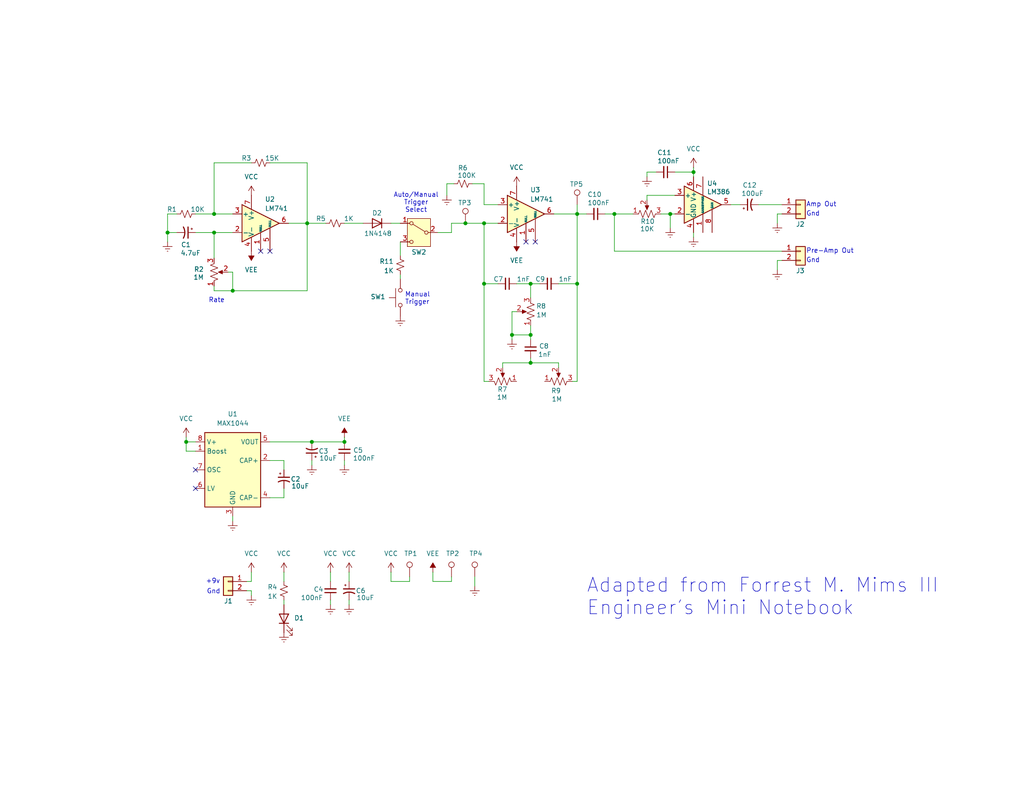
<source format=kicad_sch>
(kicad_sch (version 20231120) (generator "eeschema") (generator_version "8.0")
  (paper "A")
  (title_block (title "Op Amp Percussion") (date "2024-07-30") (rev "1") (company "Gadget Reboot") (comment 1 "https://www.youtube.com/gadgetreboot") (comment 2 "https://github.com/GadgetReboot/OpAmp_Percussion"))
  (lib_symbols
    (symbol "Amplifier_Audio:LM386" (pin_names (offset 0.127))
      (property "Reference" "U" (at 1.27 7.62 0))
      (property "Value" "LM386" (at 1.27 5.08 0))
      (symbol "LM386_0_1"
        (polyline (pts (xy 5.08 0) (xy -5.08 5.08) (xy -5.08 -5.08) (xy 5.08 0)) (stroke (width 0.254)) (fill (type background)))
      )
      (symbol "LM386_1_1"
        (pin input line (at 0 -7.62 90) (length 5.08) (name "GAIN") (number "1"))
        (pin input line (at -7.62 -2.54 0) (length 2.54) (name "-") (number "2"))
        (pin input line (at -7.62 2.54 0) (length 2.54) (name "+") (number "3"))
        (pin power_in line (at -2.54 -7.62 90) (length 3.81) (name "GND") (number "4"))
        (pin output line (at 7.62 0 180) (length 2.54) (name "~") (number "5"))
        (pin power_in line (at -2.54 7.62 270) (length 3.81) (name "V+") (number "6"))
        (pin input line (at 0 7.62 270) (length 5.08) (name "BYPASS") (number "7"))
        (pin input line (at 2.54 -7.62 90) (length 6.35) (name "GAIN") (number "8"))
      )
    )
    (symbol "Amplifier_Operational:LM741" (pin_names (offset 0.127))
      (property "Reference" "U" (at 0 6.35 0))
      (property "Value" "LM741" (at 0 3.81 0))
      (symbol "LM741_0_1"
        (polyline (pts (xy -5.08 5.08) (xy 5.08 0) (xy -5.08 -5.08) (xy -5.08 5.08)) (stroke (width 0.254)) (fill (type background)))
      )
      (symbol "LM741_1_1"
        (pin input line (at 0 -7.62 90) (length 5.08) (name "NULL") (number "1"))
        (pin input line (at -7.62 -2.54 0) (length 2.54) (name "-") (number "2"))
        (pin input line (at -7.62 2.54 0) (length 2.54) (name "+") (number "3"))
        (pin power_in line (at -2.54 -7.62 90) (length 3.81) (name "V-") (number "4"))
        (pin input line (at 2.54 -7.62 90) (length 6.35) (name "NULL") (number "5"))
        (pin output line (at 7.62 0 180) (length 2.54) (name "~") (number "6"))
        (pin power_in line (at -2.54 7.62 270) (length 3.81) (name "V+") (number "7"))
        (pin no_connect line (at 0 2.54 270) (length 2.54) hide (name "NC") (number "8"))
      )
    )
    (symbol "Connector:TestPoint" (pin_numbers hide) (pin_names (offset 0.762) hide)
      (property "Reference" "TP" (at 0 6.858 0))
      (property "Value" "TestPoint" (at 0 5.08 0))
      (symbol "TestPoint_0_1"
        (circle (center 0 3.302) (radius 0.762))
      )
      (symbol "TestPoint_1_1"
        (pin passive line (at 0 0 90) (length 2.54) (name "1") (number "1"))
      )
    )
    (symbol "Connector_Generic:Conn_01x02" (pin_names (offset 1.016) hide)
      (property "Reference" "J" (at 0 2.54 0))
      (property "Value" "Conn_01x02" (at 0 -5.08 0))
      (symbol "Conn_01x02_1_1"
        (rectangle (start -1.27 -2.413) (end 0 -2.667) (stroke (width 0.1524)))
        (rectangle (start -1.27 0.127) (end 0 -0.127) (stroke (width 0.1524)))
        (rectangle (start -1.27 1.27) (end 1.27 -3.81) (stroke (width 0.254)) (fill (type background)))
        (pin passive line (at -5.08 0 0) (length 3.81) (name "Pin_1") (number "1"))
        (pin passive line (at -5.08 -2.54 0) (length 3.81) (name "Pin_2") (number "2"))
      )
    )
    (symbol "Device:C_Polarized_Small_US" (pin_numbers hide) (pin_names (offset 0.254) hide)
      (property "Reference" "C" (at 0.254 1.778 0))
      (property "Value" "C_Polarized_Small_US" (at 0.254 -2.032 0))
      (symbol "C_Polarized_Small_US_0_1"
        (polyline (pts (xy -1.524 0.508) (xy 1.524 0.508)) (stroke (width 0.3048)))
        (polyline (pts (xy -1.27 1.524) (xy -0.762 1.524)))
        (polyline (pts (xy -1.016 1.27) (xy -1.016 1.778)))
        (arc (start 1.524 -0.762) (mid 0 -0.3734) (end -1.524 -0.762) (stroke (width 0.3048)))
      )
      (symbol "C_Polarized_Small_US_1_1"
        (pin passive line (at 0 2.54 270) (length 2.032) (name "~") (number "1"))
        (pin passive line (at 0 -2.54 90) (length 2.032) (name "~") (number "2"))
      )
    )
    (symbol "Device:C_Small" (pin_numbers hide) (pin_names (offset 0.254) hide)
      (property "Reference" "C" (at 0.254 1.778 0))
      (property "Value" "C_Small" (at 0.254 -2.032 0))
      (symbol "C_Small_0_1"
        (polyline (pts (xy -1.524 -0.508) (xy 1.524 -0.508)) (stroke (width 0.3302)))
        (polyline (pts (xy -1.524 0.508) (xy 1.524 0.508)) (stroke (width 0.3048)))
      )
      (symbol "C_Small_1_1"
        (pin passive line (at 0 2.54 270) (length 2.032) (name "~") (number "1"))
        (pin passive line (at 0 -2.54 90) (length 2.032) (name "~") (number "2"))
      )
    )
    (symbol "Device:LED" (pin_numbers hide) (pin_names (offset 1.016) hide)
      (property "Reference" "D" (at 0 2.54 0))
      (property "Value" "LED" (at 0 -2.54 0))
      (symbol "LED_0_1"
        (polyline (pts (xy -1.27 -1.27) (xy -1.27 1.27)) (stroke (width 0.254)))
        (polyline (pts (xy -1.27 0) (xy 1.27 0)))
        (polyline (pts (xy 1.27 -1.27) (xy 1.27 1.27) (xy -1.27 0) (xy 1.27 -1.27)) (stroke (width 0.254)))
        (polyline (pts (xy -3.048 -0.762) (xy -4.572 -2.286) (xy -3.81 -2.286) (xy -4.572 -2.286) (xy -4.572 -1.524)))
        (polyline (pts (xy -1.778 -0.762) (xy -3.302 -2.286) (xy -2.54 -2.286) (xy -3.302 -2.286) (xy -3.302 -1.524)))
      )
      (symbol "LED_1_1"
        (pin passive line (at -3.81 0 0) (length 2.54) (name "K") (number "1"))
        (pin passive line (at 3.81 0 180) (length 2.54) (name "A") (number "2"))
      )
    )
    (symbol "Device:R_Small_US" (pin_numbers hide) (pin_names (offset 0.254) hide)
      (property "Reference" "R" (at 0.762 0.508 0))
      (property "Value" "R_Small_US" (at 0.762 -1.016 0))
      (symbol "R_Small_US_1_1"
        (polyline (pts (xy 0 0) (xy 1.016 -0.381) (xy 0 -0.762) (xy -1.016 -1.143) (xy 0 -1.524)))
        (polyline (pts (xy 0 1.524) (xy 1.016 1.143) (xy 0 0.762) (xy -1.016 0.381) (xy 0 0)))
        (pin passive line (at 0 2.54 270) (length 1.016) (name "~") (number "1"))
        (pin passive line (at 0 -2.54 90) (length 1.016) (name "~") (number "2"))
      )
    )
    (symbol "Diode:1N4148" (pin_numbers hide) (pin_names hide)
      (property "Reference" "D" (at 0 2.54 0))
      (property "Value" "1N4148" (at 0 -2.54 0))
      (symbol "1N4148_0_1"
        (polyline (pts (xy -1.27 1.27) (xy -1.27 -1.27)) (stroke (width 0.254)))
        (polyline (pts (xy 1.27 0) (xy -1.27 0)))
        (polyline (pts (xy 1.27 1.27) (xy 1.27 -1.27) (xy -1.27 0) (xy 1.27 1.27)) (stroke (width 0.254)))
      )
      (symbol "1N4148_1_1"
        (pin passive line (at -3.81 0 0) (length 2.54) (name "K") (number "1"))
        (pin passive line (at 3.81 0 180) (length 2.54) (name "A") (number "2"))
      )
    )
    (symbol "GR_OpAmp_Percussion-rescue:CP1_Small-Device" (pin_numbers hide) (pin_names (offset 0.254) hide)
      (property "Reference" "C" (at 0.254 1.778 0))
      (property "Value" "Device_CP1_Small" (at 0.254 -2.032 0))
      (symbol "CP1_Small-Device_0_1"
        (polyline (pts (xy -1.524 0.508) (xy 1.524 0.508)) (stroke (width 0.3048)))
        (polyline (pts (xy -1.27 1.524) (xy -0.762 1.524)))
        (polyline (pts (xy -1.016 1.27) (xy -1.016 1.778)))
        (arc (start 1.524 -0.762) (mid 0 -0.3734) (end -1.524 -0.762) (stroke (width 0.3048)))
      )
      (symbol "CP1_Small-Device_1_1"
        (pin passive line (at 0 2.54 270) (length 2.032) (name "~") (number "1"))
        (pin passive line (at 0 -2.54 90) (length 2.032) (name "~") (number "2"))
      )
    )
    (symbol "GR_OpAmp_Percussion-rescue:GNDREF-power" (power) (pin_names (offset 0))
      (property "Value" "power_GNDREF" (at 0 -3.81 0))
      (symbol "GNDREF-power_0_1"
        (polyline (pts (xy -0.635 -1.905) (xy 0.635 -1.905)))
        (polyline (pts (xy -0.127 -2.54) (xy 0.127 -2.54)))
        (polyline (pts (xy 0 -1.27) (xy 0 0)))
        (polyline (pts (xy 1.27 -1.27) (xy -1.27 -1.27)))
      )
      (symbol "GNDREF-power_1_1"
        (pin power_in line (at 0 0 270) (length 0) hide (name "GNDREF") (number "1"))
      )
    )
    (symbol "GR_OpAmp_Percussion-rescue:R_POT_US-Device" (pin_names (offset 1.016) hide)
      (property "Reference" "RV" (at -4.445 0 90))
      (property "Value" "Device_R_POT_US" (at -2.54 0 90))
      (symbol "R_POT_US-Device_0_1"
        (polyline (pts (xy 0 -2.286) (xy 0 -2.54)))
        (polyline (pts (xy 0 2.54) (xy 0 2.286)))
        (polyline (pts (xy 2.54 0) (xy 1.524 0)))
        (polyline (pts (xy 1.143 0) (xy 2.286 0.508) (xy 2.286 -0.508) (xy 1.143 0)) (fill (type outline)))
        (polyline (pts (xy 0 -0.762) (xy 1.016 -1.143) (xy 0 -1.524) (xy -1.016 -1.905) (xy 0 -2.286)))
        (polyline (pts (xy 0 0.762) (xy 1.016 0.381) (xy 0 0) (xy -1.016 -0.381) (xy 0 -0.762)))
        (polyline (pts (xy 0 2.286) (xy 1.016 1.905) (xy 0 1.524) (xy -1.016 1.143) (xy 0 0.762)))
      )
      (symbol "R_POT_US-Device_1_1"
        (pin passive line (at 0 3.81 270) (length 1.27) (name "1") (number "1"))
        (pin passive line (at 3.81 0 180) (length 1.27) (name "2") (number "2"))
        (pin passive line (at 0 -3.81 90) (length 1.27) (name "3") (number "3"))
      )
    )
    (symbol "Regulator_SwitchedCapacitor:MAX1044"
      (property "Reference" "U3" (at 0 15.24 0))
      (property "Value" "MAX1044" (at 0 12.7 0))
      (symbol "MAX1044_0_1"
        (rectangle (start -7.62 10.16) (end 7.62 -10.16) (stroke (width 0.254)) (fill (type background)))
      )
      (symbol "MAX1044_1_1"
        (pin passive line (at -10.16 5.08 0) (length 2.54) (name "Boost") (number "1"))
        (pin input line (at 10.16 2.54 180) (length 2.54) (name "CAP+") (number "2"))
        (pin power_in line (at 0 -12.7 90) (length 2.54) (name "GND") (number "3"))
        (pin input line (at 10.16 -7.62 180) (length 2.54) (name "CAP-") (number "4"))
        (pin power_out line (at 10.16 7.62 180) (length 2.54) (name "VOUT") (number "5"))
        (pin input line (at -10.16 -5.08 0) (length 2.54) (name "LV") (number "6"))
        (pin input line (at -10.16 0 0) (length 2.54) (name "OSC") (number "7"))
        (pin power_in line (at -10.16 7.62 0) (length 2.54) (name "V+") (number "8"))
      )
    )
    (symbol "Switch:SW_Push" (pin_numbers hide) (pin_names (offset 1.016) hide)
      (property "Reference" "SW" (at 1.27 2.54 0))
      (property "Value" "SW_Push" (at 0 -1.524 0))
      (symbol "SW_Push_0_1"
        (circle (center -2.032 0) (radius 0.508))
        (polyline (pts (xy 0 1.27) (xy 0 3.048)))
        (polyline (pts (xy 2.54 1.27) (xy -2.54 1.27)))
        (circle (center 2.032 0) (radius 0.508))
        (pin passive line (at -5.08 0 0) (length 2.54) (name "1") (number "1"))
        (pin passive line (at 5.08 0 180) (length 2.54) (name "2") (number "2"))
      )
    )
    (symbol "Switch:SW_SPDT" (pin_names (offset 0) hide)
      (property "Reference" "SW" (at 0 5.08 0))
      (property "Value" "SW_SPDT" (at 0 -5.08 0))
      (symbol "SW_SPDT_0_1"
        (circle (center -2.032 0) (radius 0.4572))
        (polyline (pts (xy -1.651 0.254) (xy 1.651 2.286)))
        (circle (center 2.032 -2.54) (radius 0.4572))
        (circle (center 2.032 2.54) (radius 0.4572))
      )
      (symbol "SW_SPDT_1_1"
        (rectangle (start -3.175 3.81) (end 3.175 -3.81) (fill (type background)))
        (pin passive line (at 5.08 2.54 180) (length 2.54) (name "A") (number "1"))
        (pin passive line (at -5.08 0 0) (length 2.54) (name "B") (number "2"))
        (pin passive line (at 5.08 -2.54 180) (length 2.54) (name "C") (number "3"))
      )
    )
    (symbol "power:VCC" (power) (pin_numbers hide) (pin_names (offset 0) hide)
      (property "Value" "VCC" (at 0 3.556 0))
      (symbol "VCC_0_1"
        (polyline (pts (xy -0.762 1.27) (xy 0 2.54)))
        (polyline (pts (xy 0 0) (xy 0 2.54)))
        (polyline (pts (xy 0 2.54) (xy 0.762 1.27)))
      )
      (symbol "VCC_1_1"
        (pin power_in line (at 0 0 90) (length 0) (name "~") (number "1"))
      )
    )
    (symbol "power:VEE" (power) (pin_numbers hide) (pin_names (offset 0) hide)
      (property "Value" "VEE" (at 0 3.556 0))
      (symbol "VEE_0_1"
        (polyline (pts (xy 0 0) (xy 0 2.54)))
        (polyline (pts (xy 0.762 1.27) (xy -0.762 1.27) (xy 0 2.54) (xy 0.762 1.27)) (fill (type outline)))
      )
      (symbol "VEE_1_1"
        (pin power_in line (at 0 0 90) (length 0) (name "~") (number "1"))
      )
    )
  )
  (junction (at 127 60.96))
  (junction (at 45.72 63.5))
  (junction (at 157.48 58.42))
  (junction (at 58.42 58.42))
  (junction (at 85.09 120.65))
  (junction (at 83.82 60.96))
  (junction (at 182.88 58.42))
  (junction (at 144.78 91.44))
  (junction (at 58.42 63.5))
  (junction (at 167.64 58.42))
  (junction (at 157.48 77.47))
  (junction (at 139.7 91.44))
  (junction (at 132.08 60.96))
  (junction (at 132.08 77.47))
  (junction (at 93.98 120.65))
  (junction (at 63.5 79.375))
  (junction (at 144.78 77.47))
  (junction (at 50.8 120.65))
  (junction (at 189.23 46.99))
  (junction (at 144.78 99.06))
  (no_connect (at 53.34 128.27))
  (no_connect (at 73.66 68.58))
  (no_connect (at 71.12 68.58))
  (no_connect (at 146.05 66.04))
  (no_connect (at 53.34 133.35))
  (no_connect (at 143.51 66.04))
  (wire (pts (xy 167.64 68.58) (xy 167.64 58.42)))
  (wire (pts (xy 77.47 133.35) (xy 77.47 135.89)))
  (wire (pts (xy 119.38 63.5) (xy 123.19 63.5)))
  (wire (pts (xy 50.8 120.65) (xy 50.8 119.38)))
  (wire (pts (xy 77.47 156.21) (xy 77.47 158.75)))
  (wire (pts (xy 212.09 71.12) (xy 212.09 73.66)))
  (wire (pts (xy 53.34 63.5) (xy 58.42 63.5)))
  (wire (pts (xy 189.23 45.72) (xy 189.23 46.99)))
  (wire (pts (xy 90.17 156.21) (xy 90.17 158.75)))
  (wire (pts (xy 58.42 79.375) (xy 63.5 79.375)))
  (wire (pts (xy 58.42 44.45) (xy 58.42 58.42)))
  (wire (pts (xy 93.98 60.96) (xy 99.06 60.96)))
  (wire (pts (xy 180.34 58.42) (xy 182.88 58.42)))
  (wire (pts (xy 95.25 158.75) (xy 95.25 156.21)))
  (wire (pts (xy 109.22 60.96) (xy 106.68 60.96)))
  (wire (pts (xy 53.34 120.65) (xy 50.8 120.65)))
  (wire (pts (xy 144.78 88.9) (xy 144.78 91.44)))
  (wire (pts (xy 165.1 58.42) (xy 167.64 58.42)))
  (wire (pts (xy 144.78 97.79) (xy 144.78 99.06)))
  (wire (pts (xy 68.58 158.75) (xy 68.58 156.21)))
  (wire (pts (xy 63.5 58.42) (xy 58.42 58.42)))
  (wire (pts (xy 50.8 123.19) (xy 50.8 120.65)))
  (wire (pts (xy 90.17 163.83) (xy 90.17 165.1)))
  (wire (pts (xy 77.47 125.73) (xy 77.47 128.27)))
  (wire (pts (xy 132.08 60.96) (xy 135.89 60.96)))
  (wire (pts (xy 152.4 77.47) (xy 157.48 77.47)))
  (wire (pts (xy 167.64 68.58) (xy 213.36 68.58)))
  (wire (pts (xy 123.19 60.96) (xy 127 60.96)))
  (wire (pts (xy 93.98 127) (xy 93.98 125.73)))
  (wire (pts (xy 45.72 58.42) (xy 45.72 63.5)))
  (wire (pts (xy 157.48 58.42) (xy 157.48 77.47)))
  (wire (pts (xy 139.7 91.44) (xy 139.7 92.71)))
  (wire (pts (xy 109.22 74.93) (xy 109.22 76.2)))
  (wire (pts (xy 157.48 58.42) (xy 160.02 58.42)))
  (wire (pts (xy 73.66 44.45) (xy 83.82 44.45)))
  (wire (pts (xy 62.23 74.295) (xy 63.5 74.295)))
  (wire (pts (xy 123.19 157.48) (xy 123.19 158.75)))
  (wire (pts (xy 111.76 158.75) (xy 106.68 158.75)))
  (wire (pts (xy 118.11 158.75) (xy 118.11 156.21)))
  (wire (pts (xy 144.78 91.44) (xy 144.78 92.71)))
  (wire (pts (xy 133.35 104.14) (xy 132.08 104.14)))
  (wire (pts (xy 63.5 140.97) (xy 63.5 142.24)))
  (wire (pts (xy 48.26 58.42) (xy 45.72 58.42)))
  (wire (pts (xy 199.39 55.88) (xy 201.93 55.88)))
  (wire (pts (xy 95.25 165.1) (xy 95.25 163.83)))
  (wire (pts (xy 139.7 91.44) (xy 144.78 91.44)))
  (wire (pts (xy 73.66 125.73) (xy 77.47 125.73)))
  (wire (pts (xy 83.82 79.375) (xy 83.82 60.96)))
  (wire (pts (xy 213.36 58.42) (xy 212.09 58.42)))
  (wire (pts (xy 53.34 123.19) (xy 50.8 123.19)))
  (wire (pts (xy 45.72 63.5) (xy 45.72 66.04)))
  (wire (pts (xy 58.42 63.5) (xy 58.42 70.485)))
  (wire (pts (xy 83.82 60.96) (xy 78.74 60.96)))
  (wire (pts (xy 135.89 77.47) (xy 132.08 77.47)))
  (wire (pts (xy 58.42 44.45) (xy 68.58 44.45)))
  (wire (pts (xy 179.07 46.99) (xy 176.53 46.99)))
  (wire (pts (xy 77.47 163.83) (xy 77.47 165.1)))
  (wire (pts (xy 123.19 63.5) (xy 123.19 60.96)))
  (wire (pts (xy 182.88 58.42) (xy 184.15 58.42)))
  (wire (pts (xy 132.08 60.96) (xy 132.08 77.47)))
  (wire (pts (xy 144.78 81.28) (xy 144.78 77.47)))
  (wire (pts (xy 123.19 158.75) (xy 118.11 158.75)))
  (wire (pts (xy 189.23 46.99) (xy 189.23 48.26)))
  (wire (pts (xy 127 60.96) (xy 132.08 60.96)))
  (wire (pts (xy 123.825 50.165) (xy 121.92 50.165)))
  (wire (pts (xy 93.98 120.65) (xy 93.98 119.38)))
  (wire (pts (xy 176.53 46.99) (xy 176.53 48.26)))
  (wire (pts (xy 207.01 55.88) (xy 213.36 55.88)))
  (wire (pts (xy 167.64 58.42) (xy 172.72 58.42)))
  (wire (pts (xy 45.72 63.5) (xy 48.26 63.5)))
  (wire (pts (xy 106.68 158.75) (xy 106.68 156.21)))
  (wire (pts (xy 132.08 77.47) (xy 132.08 104.14)))
  (wire (pts (xy 58.42 78.105) (xy 58.42 79.375)))
  (wire (pts (xy 137.16 99.06) (xy 144.78 99.06)))
  (wire (pts (xy 63.5 79.375) (xy 83.82 79.375)))
  (wire (pts (xy 152.4 100.33) (xy 152.4 99.06)))
  (wire (pts (xy 152.4 99.06) (xy 144.78 99.06)))
  (wire (pts (xy 140.97 85.09) (xy 139.7 85.09)))
  (wire (pts (xy 121.92 50.165) (xy 121.92 53.34)))
  (wire (pts (xy 85.09 120.65) (xy 93.98 120.65)))
  (wire (pts (xy 132.08 50.165) (xy 128.905 50.165)))
  (wire (pts (xy 157.48 77.47) (xy 157.48 104.14)))
  (wire (pts (xy 184.15 46.99) (xy 189.23 46.99)))
  (wire (pts (xy 77.47 135.89) (xy 73.66 135.89)))
  (wire (pts (xy 135.89 55.88) (xy 132.08 55.88)))
  (wire (pts (xy 139.7 85.09) (xy 139.7 91.44)))
  (wire (pts (xy 157.48 55.88) (xy 157.48 58.42)))
  (wire (pts (xy 83.82 60.96) (xy 88.9 60.96)))
  (wire (pts (xy 63.5 74.295) (xy 63.5 79.375)))
  (wire (pts (xy 132.08 55.88) (xy 132.08 50.165)))
  (wire (pts (xy 182.88 58.42) (xy 182.88 62.23)))
  (wire (pts (xy 144.78 77.47) (xy 147.32 77.47)))
  (wire (pts (xy 156.21 104.14) (xy 157.48 104.14)))
  (wire (pts (xy 53.34 58.42) (xy 58.42 58.42)))
  (wire (pts (xy 151.13 58.42) (xy 157.48 58.42)))
  (wire (pts (xy 63.5 63.5) (xy 58.42 63.5)))
  (wire (pts (xy 111.76 157.48) (xy 111.76 158.75)))
  (wire (pts (xy 176.53 53.34) (xy 176.53 54.61)))
  (wire (pts (xy 184.15 53.34) (xy 176.53 53.34)))
  (wire (pts (xy 85.09 125.73) (xy 85.09 127)))
  (wire (pts (xy 73.66 120.65) (xy 85.09 120.65)))
  (wire (pts (xy 67.31 158.75) (xy 68.58 158.75)))
  (wire (pts (xy 189.23 63.5) (xy 189.23 64.77)))
  (wire (pts (xy 213.36 71.12) (xy 212.09 71.12)))
  (wire (pts (xy 129.54 157.48) (xy 129.54 160.02)))
  (wire (pts (xy 212.09 58.42) (xy 212.09 60.96)))
  (wire (pts (xy 67.31 161.29) (xy 68.58 161.29)))
  (wire (pts (xy 137.16 100.33) (xy 137.16 99.06)))
  (wire (pts (xy 109.22 66.04) (xy 109.22 69.85)))
  (wire (pts (xy 83.82 44.45) (xy 83.82 60.96)))
  (wire (pts (xy 68.58 161.29) (xy 68.58 162.56)))
  (wire (pts (xy 144.78 77.47) (xy 140.97 77.47)))
  (text "+9v" (at 56.134 159.512 0) (effects (font (size 1.27 1.27)) (justify left bottom)))
  (text "Rate" (at 56.896 82.804 0) (effects (font (size 1.27 1.27)) (justify left bottom)))
  (text "Manual\nTrigger" (at 110.49 83.312 0) (effects (font (size 1.27 1.27)) (justify left bottom)))
  (text "Adapted from Forrest M. Mims III\nEngineer's Mini Notebook" (at 160.02 168.275 0) (effects (font (size 3.81 3.81)) (justify left bottom)))
  (text "Amp Out" (at 219.964 56.642 0) (effects (font (size 1.27 1.27)) (justify left bottom)))
  (text "Pre-Amp Out" (at 219.964 69.342 0) (effects (font (size 1.27 1.27)) (justify left bottom)))
  (text "Gnd" (at 219.964 71.882 0) (effects (font (size 1.27 1.27)) (justify left bottom)))
  (text "Gnd" (at 56.388 162.306 0) (effects (font (size 1.27 1.27)) (justify left bottom)))
  (text "Gnd" (at 219.964 59.182 0) (effects (font (size 1.27 1.27)) (justify left bottom)))
  (text "Auto/Manual\nTrigger\nSelect" (at 113.538 58.166 0) (effects (font (size 1.27 1.27)) (justify bottom)))
  (symbol (lib_id "GR_OpAmp_Percussion-rescue:CP1_Small-Device") (at 77.47 130.81 0) (unit 1)
    (property "Reference" "C2" (at 80.645 130.81 0))
    (property "Value" "10uF" (at 81.915 132.715 0))
    (property "Footprint" "Capacitor_THT:CP_Radial_D5.0mm_P2.50mm" (effects (hide yes)))
  )
  (symbol (lib_id "Device:C_Small") (at 138.43 77.47 270) (unit 1)
    (property "Reference" "C7" (at 134.62 76.2 90) (effects (justify left)))
    (property "Value" "1nF" (at 140.97 76.2 90) (effects (justify left)))
    (property "Footprint" "Capacitor_THT:C_Disc_D4.7mm_W2.5mm_P5.00mm" (effects (hide yes)))
  )
  (symbol (lib_id "Device:R_Small_US") (at 71.12 44.45 270) (unit 1)
    (property "Reference" "R3" (at 68.58 43.18 90) (effects (justify right)))
    (property "Value" "15K" (at 76.2 43.18 90) (effects (justify right)))
    (property "Footprint" "Resistor_THT:R_Axial_DIN0309_L9.0mm_D3.2mm_P12.70mm_Horizontal" (effects (hide yes)))
  )
  (symbol (lib_id "GR_OpAmp_Percussion-rescue:GNDREF-power") (at 85.09 127 0) (unit 1)
    (property "Reference" "#PWR010" (effects (hide yes)))
    (property "Value" "GNDREF" (effects (hide yes)))
  )
  (symbol (lib_id "GR_OpAmp_Percussion-rescue:R_POT_US-Device") (at 58.42 74.295 0) (mirror x) (unit 1)
    (property "Reference" "R2" (at 55.626 73.533 0) (effects (justify right)))
    (property "Value" "1M" (at 55.626 75.692 0) (effects (justify right)))
    (property "Footprint" "footprints:Pot" (effects (hide yes)))
  )
  (symbol (lib_id "GR_OpAmp_Percussion-rescue:CP1_Small-Device") (at 85.09 123.19 180) (unit 1)
    (property "Reference" "C3" (at 88.265 123.19 0))
    (property "Value" "10uF" (at 89.535 125.095 0))
    (property "Footprint" "Capacitor_THT:CP_Radial_D5.0mm_P2.50mm" (effects (hide yes)))
  )
  (symbol (lib_id "GR_OpAmp_Percussion-rescue:GNDREF-power") (at 63.5 142.24 0) (unit 1)
    (property "Reference" "#PWR03" (effects (hide yes)))
    (property "Value" "GNDREF" (effects (hide yes)))
  )
  (symbol (lib_id "Device:C_Small") (at 93.98 123.19 180) (unit 1)
    (property "Reference" "C5" (at 99.06 122.936 0) (effects (justify left)))
    (property "Value" "100nF" (at 102.362 125.095 0) (effects (justify left)))
    (property "Footprint" "Capacitor_THT:C_Disc_D4.7mm_W2.5mm_P5.00mm" (effects (hide yes)))
  )
  (symbol (lib_id "GR_OpAmp_Percussion-rescue:GNDREF-power") (at 93.98 127 0) (unit 1)
    (property "Reference" "#PWR015" (effects (hide yes)))
    (property "Value" "GNDREF" (effects (hide yes)))
  )
  (symbol (lib_id "Device:C_Small") (at 90.17 161.29 180) (unit 1)
    (property "Reference" "C4" (at 88.265 160.909 0) (effects (justify left)))
    (property "Value" "100nF" (at 88.138 163.195 0) (effects (justify left)))
    (property "Footprint" "Capacitor_THT:C_Disc_D4.7mm_W2.5mm_P5.00mm" (effects (hide yes)))
  )
  (symbol (lib_id "GR_OpAmp_Percussion-rescue:GNDREF-power") (at 90.17 165.1 0) (unit 1)
    (property "Reference" "#PWR012" (effects (hide yes)))
    (property "Value" "GNDREF" (effects (hide yes)))
  )
  (symbol (lib_id "GR_OpAmp_Percussion-rescue:GNDREF-power") (at 68.58 162.56 0) (unit 1)
    (property "Reference" "#PWR07" (effects (hide yes)))
    (property "Value" "GNDREF" (effects (hide yes)))
  )
  (symbol (lib_id "GR_OpAmp_Percussion-rescue:CP1_Small-Device") (at 95.25 161.29 0) (unit 1)
    (property "Reference" "C6" (at 98.425 161.29 0))
    (property "Value" "10uF" (at 99.695 163.195 0))
    (property "Footprint" "Capacitor_THT:CP_Radial_D5.0mm_P2.50mm" (effects (hide yes)))
  )
  (symbol (lib_id "GR_OpAmp_Percussion-rescue:GNDREF-power") (at 95.25 165.1 0) (unit 1)
    (property "Reference" "#PWR017" (effects (hide yes)))
    (property "Value" "GNDREF" (effects (hide yes)))
  )
  (symbol (lib_id "Connector:TestPoint") (at 123.19 157.48 0) (unit 1)
    (property "Reference" "TP2" (at 121.666 151.1299 0) (effects (justify left)))
    (property "Value" "TestPoint" (effects (hide yes)))
    (property "Footprint" "TestPoint:TestPoint_Loop_D2.60mm_Drill1.4mm_Beaded" (effects (hide yes)))
    (property "Description" "test point" (effects (hide yes)))
  )
  (symbol (lib_id "power:VCC") (at 140.97 50.8 0) (unit 1)
    (property "Reference" "#PWR023" (effects (hide yes)))
    (property "Value" "VCC" (at 140.97 45.72 0))
    (property "Description" "Power symbol creates a global label with name \"VCC\"" (effects (hide yes)))
  )
  (symbol (lib_id "Device:C_Small") (at 149.86 77.47 270) (unit 1)
    (property "Reference" "C9" (at 146.05 76.2 90) (effects (justify left)))
    (property "Value" "1nF" (at 152.4 76.2 90) (effects (justify left)))
    (property "Footprint" "Capacitor_THT:C_Disc_D4.7mm_W2.5mm_P5.00mm" (effects (hide yes)))
  )
  (symbol (lib_id "Amplifier_Operational:LM741") (at 143.51 58.42 0) (unit 1)
    (property "Reference" "U3" (at 146.05 51.8474 0))
    (property "Value" "LM741" (at 147.828 54.3874 0))
    (property "Footprint" "Package_DIP:DIP-8_W7.62mm" (effects (hide yes)))
    (property "Datasheet" "http://www.ti.com/lit/ds/symlink/lm741.pdf" (effects (hide yes)))
    (property "Description" "Operational Amplifier, DIP-8/TO-99-8" (effects (hide yes)))
  )
  (symbol (lib_id "power:VCC") (at 95.25 156.21 0) (unit 1)
    (property "Reference" "#PWR016" (effects (hide yes)))
    (property "Value" "VCC" (at 95.25 151.13 0))
    (property "Description" "Power symbol creates a global label with name \"VCC\"" (effects (hide yes)))
  )
  (symbol (lib_id "Device:R_Small_US") (at 91.44 60.96 270) (unit 1)
    (property "Reference" "R5" (at 88.9 59.69 90) (effects (justify right)))
    (property "Value" "1K" (at 96.52 59.69 90) (effects (justify right)))
    (property "Footprint" "Resistor_THT:R_Axial_DIN0309_L9.0mm_D3.2mm_P12.70mm_Horizontal" (effects (hide yes)))
  )
  (symbol (lib_id "Device:C_Small") (at 162.56 58.42 270) (unit 1)
    (property "Reference" "C10" (at 160.274 53.086 90) (effects (justify left)))
    (property "Value" "100nF" (at 160.274 55.372 90) (effects (justify left)))
    (property "Footprint" "Capacitor_THT:C_Disc_D4.7mm_W2.5mm_P5.00mm" (effects (hide yes)))
  )
  (symbol (lib_id "GR_OpAmp_Percussion-rescue:GNDREF-power") (at 45.72 66.04 0) (unit 1)
    (property "Reference" "#PWR01" (effects (hide yes)))
    (property "Value" "GNDREF" (effects (hide yes)))
  )
  (symbol (lib_id "Device:C_Small") (at 144.78 95.25 0) (unit 1)
    (property "Reference" "C8" (at 147.066 94.488 0) (effects (justify left)))
    (property "Value" "1nF" (at 146.812 96.774 0) (effects (justify left)))
    (property "Footprint" "Capacitor_THT:C_Disc_D4.7mm_W2.5mm_P5.00mm" (effects (hide yes)))
  )
  (symbol (lib_id "power:VCC") (at 77.47 156.21 0) (unit 1)
    (property "Reference" "#PWR08" (effects (hide yes)))
    (property "Value" "VCC" (at 77.47 151.13 0))
    (property "Description" "Power symbol creates a global label with name \"VCC\"" (effects (hide yes)))
  )
  (symbol (lib_id "Device:R_Small_US") (at 77.47 161.29 0) (unit 1)
    (property "Reference" "R4" (at 75.692 160.274 0) (effects (justify right)))
    (property "Value" "1K" (at 75.692 162.814 0) (effects (justify right)))
    (property "Footprint" "Resistor_THT:R_Axial_DIN0309_L9.0mm_D3.2mm_P12.70mm_Horizontal" (effects (hide yes)))
  )
  (symbol (lib_id "GR_OpAmp_Percussion-rescue:R_POT_US-Device") (at 137.16 104.14 270) (mirror x) (unit 1)
    (property "Reference" "R7" (at 138.43 106.299 90) (effects (justify right)))
    (property "Value" "1M" (at 138.43 108.458 90) (effects (justify right)))
    (property "Footprint" "footprints:Pot" (effects (hide yes)))
  )
  (symbol (lib_id "Switch:SW_SPDT") (at 114.3 63.5 0) (mirror y) (unit 1)
    (property "Reference" "SW2" (at 114.3 68.834 0))
    (property "Value" "SW_SPDT" (effects (hide yes)))
    (property "Footprint" "Connector_PinHeader_2.54mm:PinHeader_1x03_P2.54mm_Vertical" (effects (hide yes)))
    (property "Description" "Switch, single pole double throw" (effects (hide yes)))
  )
  (symbol (lib_id "power:VEE") (at 140.97 66.04 180) (unit 1)
    (property "Reference" "#PWR024" (effects (hide yes)))
    (property "Value" "VEE" (at 140.97 71.12 0))
    (property "Description" "Power symbol creates a global label with name \"VEE\"" (effects (hide yes)))
  )
  (symbol (lib_id "Connector_Generic:Conn_01x02") (at 218.44 68.58 0) (unit 1)
    (property "Reference" "J3" (at 217.17 73.9139 0) (effects (justify left)))
    (property "Value" "Conn_01x02" (effects (hide yes)))
    (property "Footprint" "Connector_PinHeader_2.54mm:PinHeader_1x02_P2.54mm_Vertical" (effects (hide yes)))
    (property "Description" "Generic connector, single row, 01x02, script generated (kicad-library-utils/schlib/autogen/connector/)" (effects (hide yes)))
  )
  (symbol (lib_id "Device:R_Small_US") (at 126.365 50.165 270) (unit 1)
    (property "Reference" "R6" (at 127.635 45.847 90) (effects (justify right)))
    (property "Value" "100K" (at 129.921 47.879 90) (effects (justify right)))
    (property "Footprint" "Resistor_THT:R_Axial_DIN0309_L9.0mm_D3.2mm_P12.70mm_Horizontal" (effects (hide yes)))
  )
  (symbol (lib_id "GR_OpAmp_Percussion-rescue:GNDREF-power") (at 109.22 86.36 0) (unit 1)
    (property "Reference" "#PWR013" (effects (hide yes)))
    (property "Value" "GNDREF" (effects (hide yes)))
  )
  (symbol (lib_id "Device:LED") (at 77.47 168.91 90) (unit 1)
    (property "Reference" "D1" (at 80.264 168.7194 90) (effects (justify right)))
    (property "Value" "LED" (effects (hide yes)))
    (property "Footprint" "LED_THT:LED_D5.0mm" (effects (hide yes)))
    (property "Description" "Light emitting diode" (effects (hide yes)))
  )
  (symbol (lib_id "power:VCC") (at 68.58 53.34 0) (unit 1)
    (property "Reference" "#PWR04" (effects (hide yes)))
    (property "Value" "VCC" (at 68.58 48.26 0))
    (property "Description" "Power symbol creates a global label with name \"VCC\"" (effects (hide yes)))
  )
  (symbol (lib_id "power:VEE") (at 68.58 68.58 180) (unit 1)
    (property "Reference" "#PWR05" (effects (hide yes)))
    (property "Value" "VEE" (at 68.58 73.66 0))
    (property "Description" "Power symbol creates a global label with name \"VEE\"" (effects (hide yes)))
  )
  (symbol (lib_id "Connector_Generic:Conn_01x02") (at 218.44 55.88 0) (unit 1)
    (property "Reference" "J2" (at 217.17 61.2139 0) (effects (justify left)))
    (property "Value" "Conn_01x02" (effects (hide yes)))
    (property "Footprint" "Connector_PinHeader_2.54mm:PinHeader_1x02_P2.54mm_Vertical" (effects (hide yes)))
    (property "Description" "Generic connector, single row, 01x02, script generated (kicad-library-utils/schlib/autogen/connector/)" (effects (hide yes)))
  )
  (symbol (lib_id "power:VCC") (at 50.8 119.38 0) (unit 1)
    (property "Reference" "#PWR02" (effects (hide yes)))
    (property "Value" "VCC" (at 50.8 114.3 0))
    (property "Description" "Power symbol creates a global label with name \"VCC\"" (effects (hide yes)))
  )
  (symbol (lib_id "Connector:TestPoint") (at 157.48 55.88 0) (unit 1)
    (property "Reference" "TP5" (at 155.448 50.2919 0) (effects (justify left)))
    (property "Value" "TestPoint" (effects (hide yes)))
    (property "Footprint" "TestPoint:TestPoint_Loop_D2.60mm_Drill1.4mm_Beaded" (effects (hide yes)))
    (property "Description" "test point" (effects (hide yes)))
  )
  (symbol (lib_id "Connector:TestPoint") (at 127 60.96 0) (unit 1)
    (property "Reference" "TP3" (at 124.968 55.3719 0) (effects (justify left)))
    (property "Value" "TestPoint" (effects (hide yes)))
    (property "Footprint" "TestPoint:TestPoint_Loop_D2.60mm_Drill1.4mm_Beaded" (effects (hide yes)))
    (property "Description" "test point" (effects (hide yes)))
  )
  (symbol (lib_id "Device:R_Small_US") (at 50.8 58.42 270) (unit 1)
    (property "Reference" "R1" (at 48.26 57.15 90) (effects (justify right)))
    (property "Value" "10K" (at 55.88 57.15 90) (effects (justify right)))
    (property "Footprint" "Resistor_THT:R_Axial_DIN0309_L9.0mm_D3.2mm_P12.70mm_Horizontal" (effects (hide yes)))
  )
  (symbol (lib_id "Device:C_Small") (at 181.61 46.99 270) (unit 1)
    (property "Reference" "C11" (at 179.324 41.656 90) (effects (justify left)))
    (property "Value" "100nF" (at 179.324 43.942 90) (effects (justify left)))
    (property "Footprint" "Capacitor_THT:C_Disc_D4.7mm_W2.5mm_P5.00mm" (effects (hide yes)))
  )
  (symbol (lib_id "power:VCC") (at 189.23 45.72 0) (unit 1)
    (property "Reference" "#PWR027" (effects (hide yes)))
    (property "Value" "VCC" (at 189.23 40.64 0))
    (property "Description" "Power symbol creates a global label with name \"VCC\"" (effects (hide yes)))
  )
  (symbol (lib_id "GR_OpAmp_Percussion-rescue:GNDREF-power") (at 212.09 60.96 0) (unit 1)
    (property "Reference" "#PWR029" (effects (hide yes)))
    (property "Value" "GNDREF" (effects (hide yes)))
  )
  (symbol (lib_id "Switch:SW_Push") (at 109.22 81.28 90) (unit 1)
    (property "Reference" "SW1" (at 101.092 81.0259 90) (effects (justify right)))
    (property "Value" "SW_Push" (effects (hide yes)))
    (property "Footprint" "Button_Switch_THT:SW_PUSH-12mm_Wuerth-430476085716" (effects (hide yes)))
    (property "Description" "Push button switch, generic, two pins" (effects (hide yes)))
  )
  (symbol (lib_id "GR_OpAmp_Percussion-rescue:GNDREF-power") (at 176.53 48.26 0) (unit 1)
    (property "Reference" "#PWR025" (effects (hide yes)))
    (property "Value" "GNDREF" (effects (hide yes)))
  )
  (symbol (lib_id "power:VEE") (at 118.11 156.21 0) (unit 1)
    (property "Reference" "#PWR019" (effects (hide yes)))
    (property "Value" "VEE" (at 118.11 151.13 0))
    (property "Description" "Power symbol creates a global label with name \"VEE\"" (effects (hide yes)))
  )
  (symbol (lib_id "Connector_Generic:Conn_01x02") (at 62.23 158.75 0) (mirror y) (unit 1)
    (property "Reference" "J1" (at 63.5 164.0839 0) (effects (justify left)))
    (property "Value" "Conn_01x02" (effects (hide yes)))
    (property "Footprint" "Connector_PinHeader_2.54mm:PinHeader_1x02_P2.54mm_Vertical" (effects (hide yes)))
    (property "Description" "Generic connector, single row, 01x02, script generated (kicad-library-utils/schlib/autogen/connector/)" (effects (hide yes)))
  )
  (symbol (lib_id "Device:C_Polarized_Small_US") (at 50.8 63.5 270) (unit 1)
    (property "Reference" "C1" (at 50.7238 66.802 90))
    (property "Value" "4.7uF" (at 51.9938 69.088 90))
    (property "Footprint" "Capacitor_THT:CP_Radial_D5.0mm_P2.50mm" (effects (hide yes)))
    (property "Description" "Polarized capacitor, small US symbol" (effects (hide yes)))
  )
  (symbol (lib_id "Regulator_SwitchedCapacitor:MAX1044") (at 63.5 128.27 0) (unit 1)
    (property "Reference" "U1" (at 63.5 113.03 0))
    (property "Value" "MAX1044" (at 63.5 115.57 0))
    (property "Footprint" "Package_DIP:DIP-8_W7.62mm" (effects (hide yes)))
    (property "Datasheet" "http://datasheets.maximintegrated.com/en/ds/ICL7660-MAX1044.pdf" (effects (hide yes)))
    (property "Description" "Switched-Capacitor Voltage Converter, 1.5V to 10.0V operating supply voltage, 10mA with a 0.5V output drop, SO-8/DIP-8/µMAX-8/TO-99" (effects (hide yes)))
  )
  (symbol (lib_id "Amplifier_Operational:LM741") (at 71.12 60.96 0) (unit 1)
    (property "Reference" "U2" (at 73.66 54.3874 0))
    (property "Value" "LM741" (at 75.438 56.9274 0))
    (property "Footprint" "Package_DIP:DIP-8_W7.62mm" (effects (hide yes)))
    (property "Datasheet" "http://www.ti.com/lit/ds/symlink/lm741.pdf" (effects (hide yes)))
    (property "Description" "Operational Amplifier, DIP-8/TO-99-8" (effects (hide yes)))
  )
  (symbol (lib_id "Device:R_Small_US") (at 109.22 72.39 0) (unit 1)
    (property "Reference" "R11" (at 107.442 71.374 0) (effects (justify right)))
    (property "Value" "1K" (at 107.442 73.914 0) (effects (justify right)))
    (property "Footprint" "Resistor_THT:R_Axial_DIN0309_L9.0mm_D3.2mm_P12.70mm_Horizontal" (effects (hide yes)))
  )
  (symbol (lib_id "GR_OpAmp_Percussion-rescue:GNDREF-power") (at 121.92 53.34 0) (unit 1)
    (property "Reference" "#PWR020" (effects (hide yes)))
    (property "Value" "GNDREF" (effects (hide yes)))
  )
  (symbol (lib_id "GR_OpAmp_Percussion-rescue:GNDREF-power") (at 77.47 172.72 0) (unit 1)
    (property "Reference" "#PWR09" (effects (hide yes)))
    (property "Value" "GNDREF" (effects (hide yes)))
  )
  (symbol (lib_id "GR_OpAmp_Percussion-rescue:GNDREF-power") (at 182.88 62.23 0) (unit 1)
    (property "Reference" "#PWR026" (effects (hide yes)))
    (property "Value" "GNDREF" (effects (hide yes)))
  )
  (symbol (lib_id "GR_OpAmp_Percussion-rescue:R_POT_US-Device") (at 152.4 104.14 90) (unit 1)
    (property "Reference" "R9" (at 150.368 106.68 90) (effects (justify right)))
    (property "Value" "1M" (at 150.495 108.966 90) (effects (justify right)))
    (property "Footprint" "footprints:Pot" (effects (hide yes)))
  )
  (symbol (lib_id "GR_OpAmp_Percussion-rescue:GNDREF-power") (at 189.23 64.77 0) (unit 1)
    (property "Reference" "#PWR028" (effects (hide yes)))
    (property "Value" "GNDREF" (effects (hide yes)))
  )
  (symbol (lib_id "GR_OpAmp_Percussion-rescue:R_POT_US-Device") (at 144.78 85.09 180) (unit 1)
    (property "Reference" "R8" (at 146.304 83.566 0) (effects (justify right)))
    (property "Value" "1M" (at 146.304 85.979 0) (effects (justify right)))
    (property "Footprint" "footprints:Pot" (effects (hide yes)))
  )
  (symbol (lib_id "Connector:TestPoint") (at 111.76 157.48 0) (unit 1)
    (property "Reference" "TP1" (at 110.236 151.1299 0) (effects (justify left)))
    (property "Value" "TestPoint" (effects (hide yes)))
    (property "Footprint" "TestPoint:TestPoint_Loop_D2.60mm_Drill1.4mm_Beaded" (effects (hide yes)))
    (property "Description" "test point" (effects (hide yes)))
  )
  (symbol (lib_id "power:VEE") (at 93.98 119.38 0) (unit 1)
    (property "Reference" "#PWR014" (effects (hide yes)))
    (property "Value" "VEE" (at 93.98 114.3 0))
    (property "Description" "Power symbol creates a global label with name \"VEE\"" (effects (hide yes)))
  )
  (symbol (lib_id "power:VCC") (at 90.17 156.21 0) (unit 1)
    (property "Reference" "#PWR011" (effects (hide yes)))
    (property "Value" "VCC" (at 90.17 151.13 0))
    (property "Description" "Power symbol creates a global label with name \"VCC\"" (effects (hide yes)))
  )
  (symbol (lib_id "GR_OpAmp_Percussion-rescue:GNDREF-power") (at 139.7 92.71 0) (unit 1)
    (property "Reference" "#PWR022" (effects (hide yes)))
    (property "Value" "GNDREF" (effects (hide yes)))
  )
  (symbol (lib_id "Device:C_Polarized_Small_US") (at 204.47 55.88 90) (unit 1)
    (property "Reference" "C12" (at 204.5462 50.546 90))
    (property "Value" "100uF" (at 205.3082 52.832 90))
    (property "Footprint" "Capacitor_THT:CP_Radial_D5.0mm_P2.50mm" (effects (hide yes)))
    (property "Description" "Polarized capacitor, small US symbol" (effects (hide yes)))
  )
  (symbol (lib_id "GR_OpAmp_Percussion-rescue:GNDREF-power") (at 212.09 73.66 0) (unit 1)
    (property "Reference" "#PWR030" (effects (hide yes)))
    (property "Value" "GNDREF" (effects (hide yes)))
  )
  (symbol (lib_id "Diode:1N4148") (at 102.87 60.96 180) (unit 1)
    (property "Reference" "D2" (at 102.87 58.166 0))
    (property "Value" "1N4148" (at 103.124 63.754 0))
    (property "Footprint" "Diode_THT:D_DO-35_SOD27_P7.62mm_Horizontal" (effects (hide yes)))
    (property "Datasheet" "https://assets.nexperia.com/documents/data-sheet/1N4148_1N4448.pdf" (effects (hide yes)))
    (property "Description" "100V 0.15A standard switching diode, DO-35" (effects (hide yes)))
    (property "Sim.Device" "D" (effects (hide yes)))
    (property "Sim.Pins" "1=K 2=A" (effects (hide yes)))
  )
  (symbol (lib_id "Connector:TestPoint") (at 129.54 157.48 0) (unit 1)
    (property "Reference" "TP4" (at 128.016 151.1299 0) (effects (justify left)))
    (property "Value" "TestPoint" (effects (hide yes)))
    (property "Footprint" "TestPoint:TestPoint_Loop_D2.60mm_Drill1.4mm_Beaded" (effects (hide yes)))
    (property "Description" "test point" (effects (hide yes)))
  )
  (symbol (lib_id "GR_OpAmp_Percussion-rescue:R_POT_US-Device") (at 176.53 58.42 90) (unit 1)
    (property "Reference" "R10" (at 174.752 60.452 90) (effects (justify right)))
    (property "Value" "10K" (at 174.625 62.484 90) (effects (justify right)))
    (property "Footprint" "footprints:Potentiometer_Bourns_PTV09A-1" (effects (hide yes)))
  )
  (symbol (lib_id "power:VCC") (at 106.68 156.21 0) (unit 1)
    (property "Reference" "#PWR018" (effects (hide yes)))
    (property "Value" "VCC" (at 106.68 151.13 0))
    (property "Description" "Power symbol creates a global label with name \"VCC\"" (effects (hide yes)))
  )
  (symbol (lib_id "Amplifier_Audio:LM386") (at 191.77 55.88 0) (unit 1)
    (property "Reference" "U4" (at 194.31 50.0694 0))
    (property "Value" "LM386" (at 196.088 52.3554 0))
    (property "Footprint" "Package_DIP:DIP-8_W7.62mm" (effects (hide yes)))
    (property "Datasheet" "http://www.ti.com/lit/ds/symlink/lm386.pdf" (effects (hide yes)))
    (property "Description" "Low Voltage Audio Power Amplifier, DIP-8/SOIC-8/SSOP-8" (effects (hide yes)))
  )
  (symbol (lib_id "power:VCC") (at 68.58 156.21 0) (unit 1)
    (property "Reference" "#PWR06" (effects (hide yes)))
    (property "Value" "VCC" (at 68.58 151.13 0))
    (property "Description" "Power symbol creates a global label with name \"VCC\"" (effects (hide yes)))
  )
  (symbol (lib_id "GR_OpAmp_Percussion-rescue:GNDREF-power") (at 129.54 160.02 0) (unit 1)
    (property "Reference" "#PWR021" (effects (hide yes)))
    (property "Value" "GNDREF" (effects (hide yes)))
  )
)
</source>
